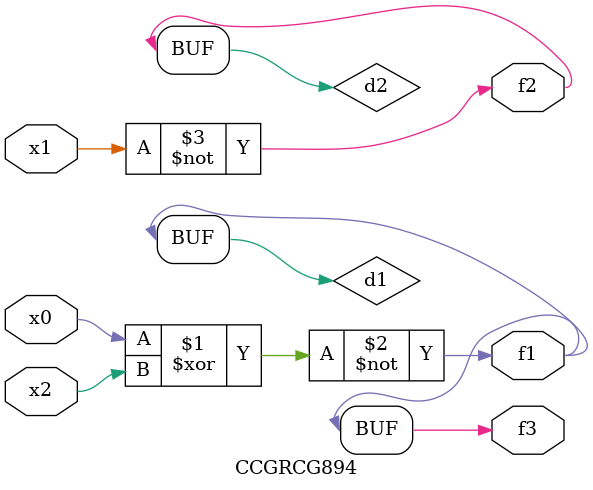
<source format=v>
module CCGRCG894(
	input x0, x1, x2,
	output f1, f2, f3
);

	wire d1, d2, d3;

	xnor (d1, x0, x2);
	nand (d2, x1);
	nor (d3, x1, x2);
	assign f1 = d1;
	assign f2 = d2;
	assign f3 = d1;
endmodule

</source>
